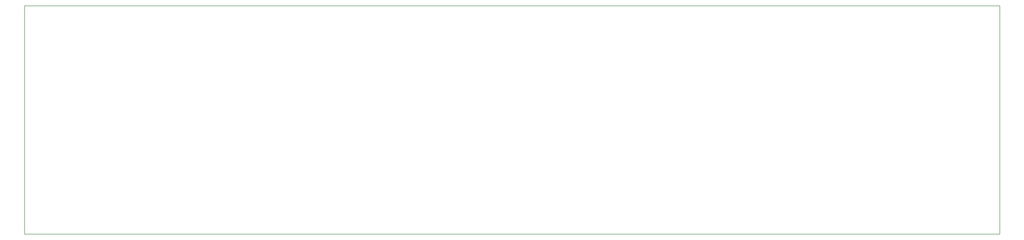
<source format=gbr>
%TF.GenerationSoftware,KiCad,Pcbnew,(5.1.8)-1*%
%TF.CreationDate,2020-12-25T14:24:53+01:00*%
%TF.ProjectId,5S14,35533134-2e6b-4696-9361-645f70636258,rev?*%
%TF.SameCoordinates,Original*%
%TF.FileFunction,Profile,NP*%
%FSLAX46Y46*%
G04 Gerber Fmt 4.6, Leading zero omitted, Abs format (unit mm)*
G04 Created by KiCad (PCBNEW (5.1.8)-1) date 2020-12-25 14:24:53*
%MOMM*%
%LPD*%
G01*
G04 APERTURE LIST*
%TA.AperFunction,Profile*%
%ADD10C,0.050000*%
%TD*%
G04 APERTURE END LIST*
D10*
X63500000Y-104775000D02*
X63500000Y-63500000D01*
X239395000Y-104775000D02*
X63500000Y-104775000D01*
X239395000Y-63500000D02*
X239395000Y-104775000D01*
X63500000Y-63500000D02*
X239395000Y-63500000D01*
M02*

</source>
